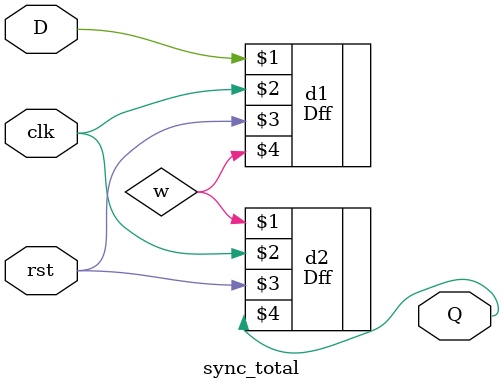
<source format=v>
`timescale 1ns / 1ps


module sync_total(
input D, 
input clk,
input rst,
output Q
    );
    
wire w;


Dff d1(D,clk,rst,w);
Dff d2(w,clk,rst,Q);


endmodule

</source>
